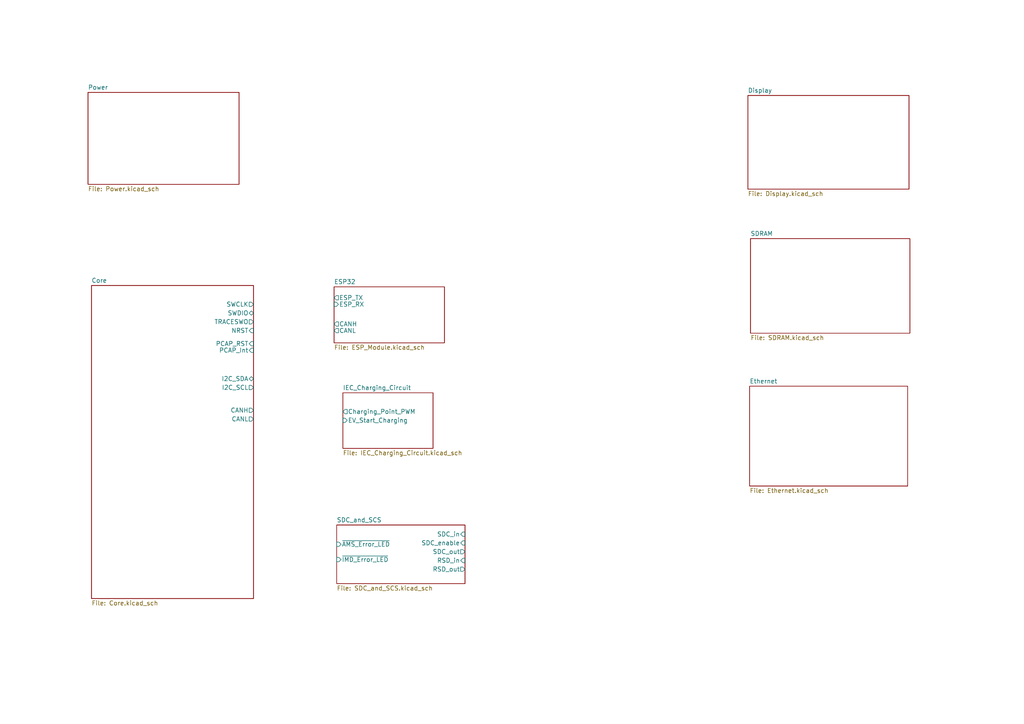
<source format=kicad_sch>
(kicad_sch
	(version 20231120)
	(generator "eeschema")
	(generator_version "8.0")
	(uuid "0dca9b66-f638-4727-874b-1b91b6921c17")
	(paper "A4")
	(lib_symbols)
	(text "TODO:\n1. Vref Spannung\n2. Vcap?\n3. Ferrite bead dimensionierung\n4. REFCLK0 pull-up?\n5. 5.6.3 ~{RST}\n6. series termination calculation\n\n"
		(exclude_from_sim no)
		(at 31.115 221.615 0)
		(effects
			(font
				(size 1.27 1.27)
			)
			(justify left)
		)
		(uuid "b77f9553-b64d-4a04-bcaa-eb156863248b")
	)
	(sheet
		(at 217.678 69.215)
		(size 46.228 27.432)
		(fields_autoplaced yes)
		(stroke
			(width 0.1524)
			(type solid)
		)
		(fill
			(color 0 0 0 0.0000)
		)
		(uuid "128393d2-6dd9-44f0-979c-682ff9f03572")
		(property "Sheetname" "SDRAM"
			(at 217.678 68.5034 0)
			(effects
				(font
					(size 1.27 1.27)
				)
				(justify left bottom)
			)
		)
		(property "Sheetfile" "SDRAM.kicad_sch"
			(at 217.678 97.2316 0)
			(effects
				(font
					(size 1.27 1.27)
				)
				(justify left top)
			)
		)
		(instances
			(project "FT25-Charger"
				(path "/0dca9b66-f638-4727-874b-1b91b6921c17"
					(page "9")
				)
			)
		)
	)
	(sheet
		(at 216.916 27.686)
		(size 46.736 27.178)
		(fields_autoplaced yes)
		(stroke
			(width 0.1524)
			(type solid)
		)
		(fill
			(color 0 0 0 0.0000)
		)
		(uuid "34256820-5635-4c85-a70b-596b3ee01bd0")
		(property "Sheetname" "Display"
			(at 216.916 26.9744 0)
			(effects
				(font
					(size 1.27 1.27)
				)
				(justify left bottom)
			)
		)
		(property "Sheetfile" "Display.kicad_sch"
			(at 216.916 55.4486 0)
			(effects
				(font
					(size 1.27 1.27)
				)
				(justify left top)
			)
		)
		(property "Field2" ""
			(at 216.916 27.686 0)
			(effects
				(font
					(size 1.27 1.27)
				)
				(hide yes)
			)
		)
		(instances
			(project "FT25-Charger"
				(path "/0dca9b66-f638-4727-874b-1b91b6921c17"
					(page "9")
				)
			)
		)
	)
	(sheet
		(at 26.543 82.804)
		(size 46.99 90.805)
		(fields_autoplaced yes)
		(stroke
			(width 0.1524)
			(type solid)
		)
		(fill
			(color 0 0 0 0.0000)
		)
		(uuid "486f4a0e-b8d5-42cd-a726-c7aa5b0383fd")
		(property "Sheetname" "Core"
			(at 26.543 82.0924 0)
			(effects
				(font
					(size 1.27 1.27)
				)
				(justify left bottom)
			)
		)
		(property "Sheetfile" "Core.kicad_sch"
			(at 26.543 174.1936 0)
			(effects
				(font
					(size 1.27 1.27)
				)
				(justify left top)
			)
		)
		(pin "SWCLK" output
			(at 73.533 88.265 0)
			(effects
				(font
					(size 1.27 1.27)
				)
				(justify right)
			)
			(uuid "d016d792-b866-4740-a4c6-684d3ba106ae")
		)
		(pin "SWDIO" bidirectional
			(at 73.533 90.805 0)
			(effects
				(font
					(size 1.27 1.27)
				)
				(justify right)
			)
			(uuid "bc166474-778f-4d1a-84a4-23412deaad8c")
		)
		(pin "TRACESWO" output
			(at 73.533 93.345 0)
			(effects
				(font
					(size 1.27 1.27)
				)
				(justify right)
			)
			(uuid "69718654-e0f6-479b-a589-eb2845905179")
		)
		(pin "NRST" input
			(at 73.533 95.885 0)
			(effects
				(font
					(size 1.27 1.27)
				)
				(justify right)
			)
			(uuid "e763e590-56d2-4853-aefe-be27c5931d88")
		)
		(pin "PCAP_RST" input
			(at 73.533 99.695 0)
			(effects
				(font
					(size 1.27 1.27)
				)
				(justify right)
			)
			(uuid "e3e18945-5024-4afa-9e6f-aa2e6a66cfd9")
		)
		(pin "PCAP_Int" input
			(at 73.533 101.6 0)
			(effects
				(font
					(size 1.27 1.27)
				)
				(justify right)
			)
			(uuid "4fa40e5f-480b-449b-b67c-c814866b6a63")
		)
		(pin "I2C_SDA" bidirectional
			(at 73.533 109.855 0)
			(effects
				(font
					(size 1.27 1.27)
				)
				(justify right)
			)
			(uuid "e72dd15b-1a85-403b-9f2d-6b78169f02bd")
		)
		(pin "I2C_SCL" output
			(at 73.533 112.395 0)
			(effects
				(font
					(size 1.27 1.27)
				)
				(justify right)
			)
			(uuid "84acc8e6-a619-4eb6-b8d4-92d3e65485a6")
		)
		(pin "CANH" output
			(at 73.533 118.999 0)
			(effects
				(font
					(size 1.27 1.27)
				)
				(justify right)
			)
			(uuid "ba745a4d-2cfb-45af-9f1b-6faa6f0aa196")
		)
		(pin "CANL" output
			(at 73.533 121.539 0)
			(effects
				(font
					(size 1.27 1.27)
				)
				(justify right)
			)
			(uuid "4e93f07a-4621-403e-b26f-1cdd4043fdb1")
		)
		(instances
			(project "FT25-Charger"
				(path "/0dca9b66-f638-4727-874b-1b91b6921c17"
					(page "4")
				)
			)
		)
	)
	(sheet
		(at 217.424 112.014)
		(size 45.847 28.956)
		(fields_autoplaced yes)
		(stroke
			(width 0.1524)
			(type solid)
		)
		(fill
			(color 0 0 0 0.0000)
		)
		(uuid "5469580a-3180-4bfd-8660-e5a4628a92d9")
		(property "Sheetname" "Ethernet"
			(at 217.424 111.3024 0)
			(effects
				(font
					(size 1.27 1.27)
				)
				(justify left bottom)
			)
		)
		(property "Sheetfile" "Ethernet.kicad_sch"
			(at 217.424 141.5546 0)
			(effects
				(font
					(size 1.27 1.27)
				)
				(justify left top)
			)
		)
		(instances
			(project "FT25-Charger"
				(path "/0dca9b66-f638-4727-874b-1b91b6921c17"
					(page "4")
				)
			)
		)
	)
	(sheet
		(at 97.663 152.273)
		(size 37.211 17.018)
		(fields_autoplaced yes)
		(stroke
			(width 0.1524)
			(type solid)
		)
		(fill
			(color 0 0 0 0.0000)
		)
		(uuid "75c94037-2217-4879-97cf-1bc2976ef0dc")
		(property "Sheetname" "SDC_and_SCS"
			(at 97.663 151.5614 0)
			(effects
				(font
					(size 1.27 1.27)
				)
				(justify left bottom)
			)
		)
		(property "Sheetfile" "SDC_and_SCS.kicad_sch"
			(at 97.663 169.8756 0)
			(effects
				(font
					(size 1.27 1.27)
				)
				(justify left top)
			)
		)
		(property "Field2" ""
			(at 97.663 152.273 0)
			(effects
				(font
					(size 1.27 1.27)
				)
				(hide yes)
			)
		)
		(pin "SDC_in" input
			(at 134.874 154.94 0)
			(effects
				(font
					(size 1.27 1.27)
				)
				(justify right)
			)
			(uuid "04ebd55d-95c6-40a7-bd7e-7fdb889bd6b9")
		)
		(pin "SDC_enable" input
			(at 134.874 157.48 0)
			(effects
				(font
					(size 1.27 1.27)
				)
				(justify right)
			)
			(uuid "9b56bde4-dd6a-456b-9aab-d018fbc19af3")
		)
		(pin "SDC_out" output
			(at 134.874 160.02 0)
			(effects
				(font
					(size 1.27 1.27)
				)
				(justify right)
			)
			(uuid "182b54b5-1a18-485c-b783-1888c5c5a4bf")
		)
		(pin "RSD_in" input
			(at 134.874 162.56 0)
			(effects
				(font
					(size 1.27 1.27)
				)
				(justify right)
			)
			(uuid "5eaca506-60a5-43b2-9593-f944664f2aa8")
		)
		(pin "RSD_out" output
			(at 134.874 165.1 0)
			(effects
				(font
					(size 1.27 1.27)
				)
				(justify right)
			)
			(uuid "f33e1850-bf63-4f33-ad08-c7af751775ea")
		)
		(pin "~{IMD_Error_LED}" input
			(at 97.663 162.306 180)
			(effects
				(font
					(size 1.27 1.27)
				)
				(justify left)
			)
			(uuid "efb58820-83bc-424b-95f3-2fb058914d3e")
		)
		(pin "~{AMS_Error_LED}" input
			(at 97.663 157.861 180)
			(effects
				(font
					(size 1.27 1.27)
				)
				(justify left)
			)
			(uuid "a159e626-fcc3-4e1f-909e-a5917b863ccb")
		)
		(instances
			(project "FT25-Charger"
				(path "/0dca9b66-f638-4727-874b-1b91b6921c17"
					(page "7")
				)
			)
		)
	)
	(sheet
		(at 99.441 113.919)
		(size 26.162 16.129)
		(fields_autoplaced yes)
		(stroke
			(width 0.1524)
			(type solid)
		)
		(fill
			(color 0 0 0 0.0000)
		)
		(uuid "821f8254-7e97-454c-9aee-86b4ab099a85")
		(property "Sheetname" "IEC_Charging_Circuit"
			(at 99.441 113.2074 0)
			(effects
				(font
					(size 1.27 1.27)
				)
				(justify left bottom)
			)
		)
		(property "Sheetfile" "IEC_Charging_Circuit.kicad_sch"
			(at 99.441 130.6326 0)
			(effects
				(font
					(size 1.27 1.27)
				)
				(justify left top)
			)
		)
		(property "Field2" ""
			(at 99.441 113.919 0)
			(effects
				(font
					(size 1.27 1.27)
				)
				(hide yes)
			)
		)
		(pin "Charging_Point_PWM" output
			(at 99.441 119.38 180)
			(effects
				(font
					(size 1.27 1.27)
				)
				(justify left)
			)
			(uuid "2af6d41f-5d0e-41ad-99d0-1e60204cd27a")
		)
		(pin "EV_Start_Charging" input
			(at 99.441 121.92 180)
			(effects
				(font
					(size 1.27 1.27)
				)
				(justify left)
			)
			(uuid "b48fa48c-d674-409b-9ecd-d2e98dbc2adb")
		)
		(instances
			(project "FT25-Charger"
				(path "/0dca9b66-f638-4727-874b-1b91b6921c17"
					(page "6")
				)
			)
		)
	)
	(sheet
		(at 25.527 26.797)
		(size 43.815 26.67)
		(fields_autoplaced yes)
		(stroke
			(width 0.1524)
			(type solid)
		)
		(fill
			(color 0 0 0 0.0000)
		)
		(uuid "91c9895f-7dce-429f-866f-2980d966c967")
		(property "Sheetname" "Power"
			(at 25.527 26.0854 0)
			(effects
				(font
					(size 1.27 1.27)
				)
				(justify left bottom)
			)
		)
		(property "Sheetfile" "Power.kicad_sch"
			(at 25.527 54.0516 0)
			(effects
				(font
					(size 1.27 1.27)
				)
				(justify left top)
			)
		)
		(instances
			(project "FT25-Charger"
				(path "/0dca9b66-f638-4727-874b-1b91b6921c17"
					(page "3")
				)
			)
		)
	)
	(sheet
		(at 96.901 83.185)
		(size 32.004 16.256)
		(fields_autoplaced yes)
		(stroke
			(width 0.1524)
			(type solid)
		)
		(fill
			(color 0 0 0 0.0000)
		)
		(uuid "c4d631ad-6677-4138-8e7e-8c9c76fb1ebd")
		(property "Sheetname" "ESP32"
			(at 96.901 82.4734 0)
			(effects
				(font
					(size 1.27 1.27)
				)
				(justify left bottom)
			)
		)
		(property "Sheetfile" "ESP_Module.kicad_sch"
			(at 96.901 100.0256 0)
			(effects
				(font
					(size 1.27 1.27)
				)
				(justify left top)
			)
		)
		(pin "ESP_TX" output
			(at 96.901 86.36 180)
			(effects
				(font
					(size 1.27 1.27)
				)
				(justify left)
			)
			(uuid "7fbd5b97-3c57-4f35-a08b-fa0fd4301343")
		)
		(pin "ESP_RX" input
			(at 96.901 88.265 180)
			(effects
				(font
					(size 1.27 1.27)
				)
				(justify left)
			)
			(uuid "9800d61e-c74f-4c4b-a8da-dcc25c1504c4")
		)
		(pin "CANH" output
			(at 96.901 93.98 180)
			(effects
				(font
					(size 1.27 1.27)
				)
				(justify left)
			)
			(uuid "c17a5e96-74ab-4701-b728-fb8f375cb644")
		)
		(pin "CANL" output
			(at 96.901 95.885 180)
			(effects
				(font
					(size 1.27 1.27)
				)
				(justify left)
			)
			(uuid "2f54ea4a-87c0-47c9-b195-e0698b78fb4d")
		)
		(instances
			(project "FT25-Charger"
				(path "/0dca9b66-f638-4727-874b-1b91b6921c17"
					(page "5")
				)
			)
		)
	)
	(sheet_instances
		(path "/"
			(page "1")
		)
	)
)

</source>
